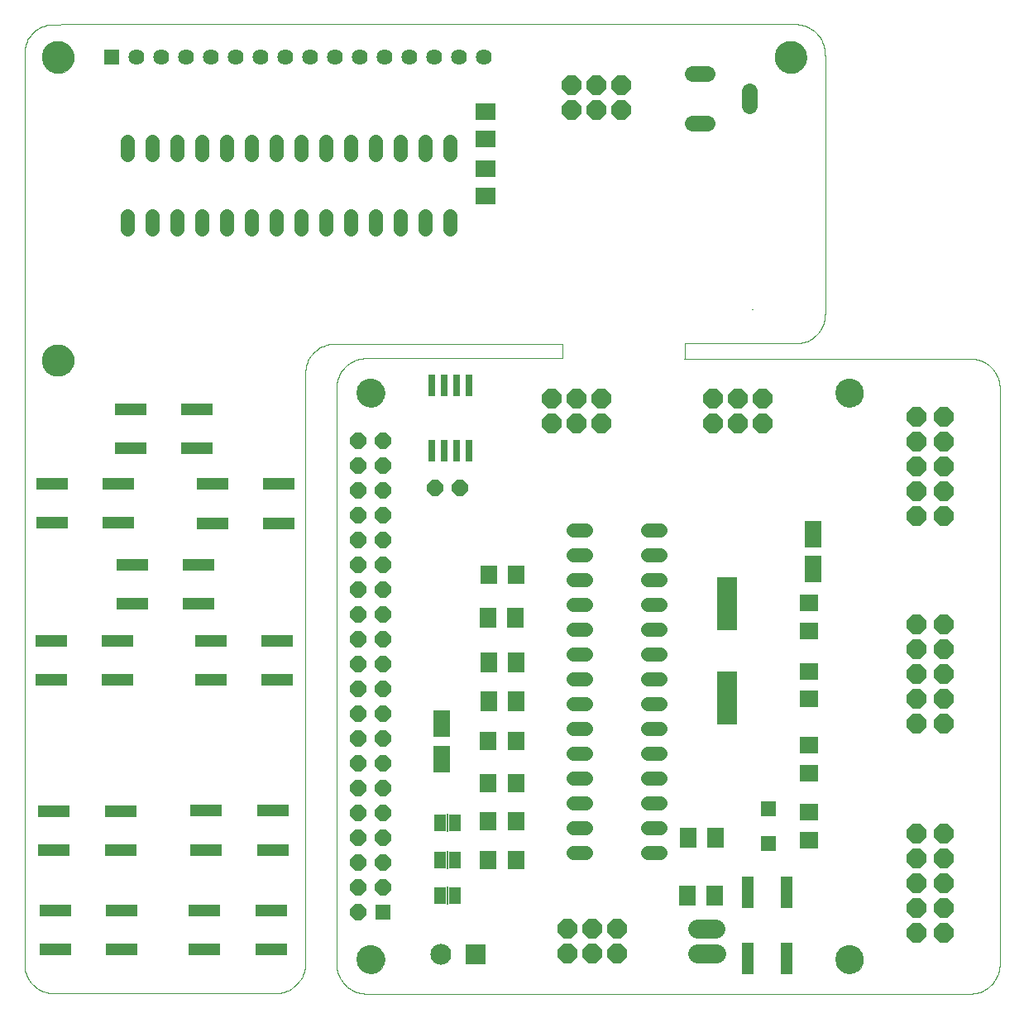
<source format=gts>
G75*
G70*
%OFA0B0*%
%FSLAX24Y24*%
%IPPOS*%
%LPD*%
%AMOC8*
5,1,8,0,0,1.08239X$1,22.5*
%
%ADD10C,0.0000*%
%ADD11C,0.1142*%
%ADD12C,0.0001*%
%ADD13R,0.0640X0.0640*%
%ADD14OC8,0.0640*%
%ADD15R,0.0276X0.0906*%
%ADD16R,0.0670X0.0827*%
%ADD17R,0.0670X0.0749*%
%ADD18OC8,0.0780*%
%ADD19C,0.0560*%
%ADD20R,0.0800X0.2140*%
%ADD21R,0.0750X0.0670*%
%ADD22R,0.0670X0.0750*%
%ADD23R,0.0512X0.1300*%
%ADD24R,0.0500X0.0670*%
%ADD25R,0.0060X0.0720*%
%ADD26R,0.0631X0.0631*%
%ADD27C,0.0780*%
%ADD28R,0.0840X0.0840*%
%ADD29C,0.0840*%
%ADD30R,0.0670X0.1064*%
%ADD31C,0.0640*%
%ADD32C,0.1300*%
%ADD33R,0.0827X0.0670*%
%ADD34C,0.0640*%
%ADD35R,0.1300X0.0512*%
D10*
X016753Y006193D02*
X016755Y006240D01*
X016761Y006286D01*
X016771Y006332D01*
X016784Y006377D01*
X016802Y006420D01*
X016823Y006462D01*
X016847Y006502D01*
X016875Y006539D01*
X016906Y006574D01*
X016940Y006607D01*
X016976Y006636D01*
X017015Y006662D01*
X017056Y006685D01*
X017099Y006704D01*
X017143Y006720D01*
X017188Y006732D01*
X017234Y006740D01*
X017281Y006744D01*
X017327Y006744D01*
X017374Y006740D01*
X017420Y006732D01*
X017465Y006720D01*
X017509Y006704D01*
X017552Y006685D01*
X017593Y006662D01*
X017632Y006636D01*
X017668Y006607D01*
X017702Y006574D01*
X017733Y006539D01*
X017761Y006502D01*
X017785Y006462D01*
X017806Y006420D01*
X017824Y006377D01*
X017837Y006332D01*
X017847Y006286D01*
X017853Y006240D01*
X017855Y006193D01*
X017853Y006146D01*
X017847Y006100D01*
X017837Y006054D01*
X017824Y006009D01*
X017806Y005966D01*
X017785Y005924D01*
X017761Y005884D01*
X017733Y005847D01*
X017702Y005812D01*
X017668Y005779D01*
X017632Y005750D01*
X017593Y005724D01*
X017552Y005701D01*
X017509Y005682D01*
X017465Y005666D01*
X017420Y005654D01*
X017374Y005646D01*
X017327Y005642D01*
X017281Y005642D01*
X017234Y005646D01*
X017188Y005654D01*
X017143Y005666D01*
X017099Y005682D01*
X017056Y005701D01*
X017015Y005724D01*
X016976Y005750D01*
X016940Y005779D01*
X016906Y005812D01*
X016875Y005847D01*
X016847Y005884D01*
X016823Y005924D01*
X016802Y005966D01*
X016784Y006009D01*
X016771Y006054D01*
X016761Y006100D01*
X016755Y006146D01*
X016753Y006193D01*
X036045Y006193D02*
X036047Y006240D01*
X036053Y006286D01*
X036063Y006332D01*
X036076Y006377D01*
X036094Y006420D01*
X036115Y006462D01*
X036139Y006502D01*
X036167Y006539D01*
X036198Y006574D01*
X036232Y006607D01*
X036268Y006636D01*
X036307Y006662D01*
X036348Y006685D01*
X036391Y006704D01*
X036435Y006720D01*
X036480Y006732D01*
X036526Y006740D01*
X036573Y006744D01*
X036619Y006744D01*
X036666Y006740D01*
X036712Y006732D01*
X036757Y006720D01*
X036801Y006704D01*
X036844Y006685D01*
X036885Y006662D01*
X036924Y006636D01*
X036960Y006607D01*
X036994Y006574D01*
X037025Y006539D01*
X037053Y006502D01*
X037077Y006462D01*
X037098Y006420D01*
X037116Y006377D01*
X037129Y006332D01*
X037139Y006286D01*
X037145Y006240D01*
X037147Y006193D01*
X037145Y006146D01*
X037139Y006100D01*
X037129Y006054D01*
X037116Y006009D01*
X037098Y005966D01*
X037077Y005924D01*
X037053Y005884D01*
X037025Y005847D01*
X036994Y005812D01*
X036960Y005779D01*
X036924Y005750D01*
X036885Y005724D01*
X036844Y005701D01*
X036801Y005682D01*
X036757Y005666D01*
X036712Y005654D01*
X036666Y005646D01*
X036619Y005642D01*
X036573Y005642D01*
X036526Y005646D01*
X036480Y005654D01*
X036435Y005666D01*
X036391Y005682D01*
X036348Y005701D01*
X036307Y005724D01*
X036268Y005750D01*
X036232Y005779D01*
X036198Y005812D01*
X036167Y005847D01*
X036139Y005884D01*
X036115Y005924D01*
X036094Y005966D01*
X036076Y006009D01*
X036063Y006054D01*
X036053Y006100D01*
X036047Y006146D01*
X036045Y006193D01*
X036045Y029028D02*
X036047Y029075D01*
X036053Y029121D01*
X036063Y029167D01*
X036076Y029212D01*
X036094Y029255D01*
X036115Y029297D01*
X036139Y029337D01*
X036167Y029374D01*
X036198Y029409D01*
X036232Y029442D01*
X036268Y029471D01*
X036307Y029497D01*
X036348Y029520D01*
X036391Y029539D01*
X036435Y029555D01*
X036480Y029567D01*
X036526Y029575D01*
X036573Y029579D01*
X036619Y029579D01*
X036666Y029575D01*
X036712Y029567D01*
X036757Y029555D01*
X036801Y029539D01*
X036844Y029520D01*
X036885Y029497D01*
X036924Y029471D01*
X036960Y029442D01*
X036994Y029409D01*
X037025Y029374D01*
X037053Y029337D01*
X037077Y029297D01*
X037098Y029255D01*
X037116Y029212D01*
X037129Y029167D01*
X037139Y029121D01*
X037145Y029075D01*
X037147Y029028D01*
X037145Y028981D01*
X037139Y028935D01*
X037129Y028889D01*
X037116Y028844D01*
X037098Y028801D01*
X037077Y028759D01*
X037053Y028719D01*
X037025Y028682D01*
X036994Y028647D01*
X036960Y028614D01*
X036924Y028585D01*
X036885Y028559D01*
X036844Y028536D01*
X036801Y028517D01*
X036757Y028501D01*
X036712Y028489D01*
X036666Y028481D01*
X036619Y028477D01*
X036573Y028477D01*
X036526Y028481D01*
X036480Y028489D01*
X036435Y028501D01*
X036391Y028517D01*
X036348Y028536D01*
X036307Y028559D01*
X036268Y028585D01*
X036232Y028614D01*
X036198Y028647D01*
X036167Y028682D01*
X036139Y028719D01*
X036115Y028759D01*
X036094Y028801D01*
X036076Y028844D01*
X036063Y028889D01*
X036053Y028935D01*
X036047Y028981D01*
X036045Y029028D01*
X033600Y042556D02*
X033602Y042606D01*
X033608Y042656D01*
X033618Y042705D01*
X033632Y042753D01*
X033649Y042800D01*
X033670Y042845D01*
X033695Y042889D01*
X033723Y042930D01*
X033755Y042969D01*
X033789Y043006D01*
X033826Y043040D01*
X033866Y043070D01*
X033908Y043097D01*
X033952Y043121D01*
X033998Y043142D01*
X034045Y043158D01*
X034093Y043171D01*
X034143Y043180D01*
X034192Y043185D01*
X034243Y043186D01*
X034293Y043183D01*
X034342Y043176D01*
X034391Y043165D01*
X034439Y043150D01*
X034485Y043132D01*
X034530Y043110D01*
X034573Y043084D01*
X034614Y043055D01*
X034653Y043023D01*
X034689Y042988D01*
X034721Y042950D01*
X034751Y042910D01*
X034778Y042867D01*
X034801Y042823D01*
X034820Y042777D01*
X034836Y042729D01*
X034848Y042680D01*
X034856Y042631D01*
X034860Y042581D01*
X034860Y042531D01*
X034856Y042481D01*
X034848Y042432D01*
X034836Y042383D01*
X034820Y042335D01*
X034801Y042289D01*
X034778Y042245D01*
X034751Y042202D01*
X034721Y042162D01*
X034689Y042124D01*
X034653Y042089D01*
X034614Y042057D01*
X034573Y042028D01*
X034530Y042002D01*
X034485Y041980D01*
X034439Y041962D01*
X034391Y041947D01*
X034342Y041936D01*
X034293Y041929D01*
X034243Y041926D01*
X034192Y041927D01*
X034143Y041932D01*
X034093Y041941D01*
X034045Y041954D01*
X033998Y041970D01*
X033952Y041991D01*
X033908Y042015D01*
X033866Y042042D01*
X033826Y042072D01*
X033789Y042106D01*
X033755Y042143D01*
X033723Y042182D01*
X033695Y042223D01*
X033670Y042267D01*
X033649Y042312D01*
X033632Y042359D01*
X033618Y042407D01*
X033608Y042456D01*
X033602Y042506D01*
X033600Y042556D01*
X016753Y029028D02*
X016755Y029075D01*
X016761Y029121D01*
X016771Y029167D01*
X016784Y029212D01*
X016802Y029255D01*
X016823Y029297D01*
X016847Y029337D01*
X016875Y029374D01*
X016906Y029409D01*
X016940Y029442D01*
X016976Y029471D01*
X017015Y029497D01*
X017056Y029520D01*
X017099Y029539D01*
X017143Y029555D01*
X017188Y029567D01*
X017234Y029575D01*
X017281Y029579D01*
X017327Y029579D01*
X017374Y029575D01*
X017420Y029567D01*
X017465Y029555D01*
X017509Y029539D01*
X017552Y029520D01*
X017593Y029497D01*
X017632Y029471D01*
X017668Y029442D01*
X017702Y029409D01*
X017733Y029374D01*
X017761Y029337D01*
X017785Y029297D01*
X017806Y029255D01*
X017824Y029212D01*
X017837Y029167D01*
X017847Y029121D01*
X017853Y029075D01*
X017855Y029028D01*
X017853Y028981D01*
X017847Y028935D01*
X017837Y028889D01*
X017824Y028844D01*
X017806Y028801D01*
X017785Y028759D01*
X017761Y028719D01*
X017733Y028682D01*
X017702Y028647D01*
X017668Y028614D01*
X017632Y028585D01*
X017593Y028559D01*
X017552Y028536D01*
X017509Y028517D01*
X017465Y028501D01*
X017420Y028489D01*
X017374Y028481D01*
X017327Y028477D01*
X017281Y028477D01*
X017234Y028481D01*
X017188Y028489D01*
X017143Y028501D01*
X017099Y028517D01*
X017056Y028536D01*
X017015Y028559D01*
X016976Y028585D01*
X016940Y028614D01*
X016906Y028647D01*
X016875Y028682D01*
X016847Y028719D01*
X016823Y028759D01*
X016802Y028801D01*
X016784Y028844D01*
X016771Y028889D01*
X016761Y028935D01*
X016755Y028981D01*
X016753Y029028D01*
X004073Y030351D02*
X004075Y030401D01*
X004081Y030451D01*
X004091Y030500D01*
X004105Y030548D01*
X004122Y030595D01*
X004143Y030640D01*
X004168Y030684D01*
X004196Y030725D01*
X004228Y030764D01*
X004262Y030801D01*
X004299Y030835D01*
X004339Y030865D01*
X004381Y030892D01*
X004425Y030916D01*
X004471Y030937D01*
X004518Y030953D01*
X004566Y030966D01*
X004616Y030975D01*
X004665Y030980D01*
X004716Y030981D01*
X004766Y030978D01*
X004815Y030971D01*
X004864Y030960D01*
X004912Y030945D01*
X004958Y030927D01*
X005003Y030905D01*
X005046Y030879D01*
X005087Y030850D01*
X005126Y030818D01*
X005162Y030783D01*
X005194Y030745D01*
X005224Y030705D01*
X005251Y030662D01*
X005274Y030618D01*
X005293Y030572D01*
X005309Y030524D01*
X005321Y030475D01*
X005329Y030426D01*
X005333Y030376D01*
X005333Y030326D01*
X005329Y030276D01*
X005321Y030227D01*
X005309Y030178D01*
X005293Y030130D01*
X005274Y030084D01*
X005251Y030040D01*
X005224Y029997D01*
X005194Y029957D01*
X005162Y029919D01*
X005126Y029884D01*
X005087Y029852D01*
X005046Y029823D01*
X005003Y029797D01*
X004958Y029775D01*
X004912Y029757D01*
X004864Y029742D01*
X004815Y029731D01*
X004766Y029724D01*
X004716Y029721D01*
X004665Y029722D01*
X004616Y029727D01*
X004566Y029736D01*
X004518Y029749D01*
X004471Y029765D01*
X004425Y029786D01*
X004381Y029810D01*
X004339Y029837D01*
X004299Y029867D01*
X004262Y029901D01*
X004228Y029938D01*
X004196Y029977D01*
X004168Y030018D01*
X004143Y030062D01*
X004122Y030107D01*
X004105Y030154D01*
X004091Y030202D01*
X004081Y030251D01*
X004075Y030301D01*
X004073Y030351D01*
X004073Y042556D02*
X004075Y042606D01*
X004081Y042656D01*
X004091Y042705D01*
X004105Y042753D01*
X004122Y042800D01*
X004143Y042845D01*
X004168Y042889D01*
X004196Y042930D01*
X004228Y042969D01*
X004262Y043006D01*
X004299Y043040D01*
X004339Y043070D01*
X004381Y043097D01*
X004425Y043121D01*
X004471Y043142D01*
X004518Y043158D01*
X004566Y043171D01*
X004616Y043180D01*
X004665Y043185D01*
X004716Y043186D01*
X004766Y043183D01*
X004815Y043176D01*
X004864Y043165D01*
X004912Y043150D01*
X004958Y043132D01*
X005003Y043110D01*
X005046Y043084D01*
X005087Y043055D01*
X005126Y043023D01*
X005162Y042988D01*
X005194Y042950D01*
X005224Y042910D01*
X005251Y042867D01*
X005274Y042823D01*
X005293Y042777D01*
X005309Y042729D01*
X005321Y042680D01*
X005329Y042631D01*
X005333Y042581D01*
X005333Y042531D01*
X005329Y042481D01*
X005321Y042432D01*
X005309Y042383D01*
X005293Y042335D01*
X005274Y042289D01*
X005251Y042245D01*
X005224Y042202D01*
X005194Y042162D01*
X005162Y042124D01*
X005126Y042089D01*
X005087Y042057D01*
X005046Y042028D01*
X005003Y042002D01*
X004958Y041980D01*
X004912Y041962D01*
X004864Y041947D01*
X004815Y041936D01*
X004766Y041929D01*
X004716Y041926D01*
X004665Y041927D01*
X004616Y041932D01*
X004566Y041941D01*
X004518Y041954D01*
X004471Y041970D01*
X004425Y041991D01*
X004381Y042015D01*
X004339Y042042D01*
X004299Y042072D01*
X004262Y042106D01*
X004228Y042143D01*
X004196Y042182D01*
X004168Y042223D01*
X004143Y042267D01*
X004122Y042312D01*
X004105Y042359D01*
X004091Y042407D01*
X004081Y042456D01*
X004075Y042506D01*
X004073Y042556D01*
D11*
X017304Y029028D03*
X036596Y029028D03*
X036596Y006193D03*
X017304Y006193D03*
D12*
X013461Y004829D02*
X004544Y004829D01*
X004477Y004831D01*
X004411Y004836D01*
X004346Y004845D01*
X004280Y004857D01*
X004216Y004874D01*
X004153Y004893D01*
X004091Y004917D01*
X004030Y004943D01*
X003971Y004973D01*
X003914Y005007D01*
X003858Y005043D01*
X003805Y005083D01*
X003754Y005125D01*
X003706Y005170D01*
X003660Y005218D01*
X003617Y005268D01*
X003576Y005321D01*
X003539Y005376D01*
X003505Y005433D01*
X003474Y005491D01*
X003446Y005552D01*
X003422Y005613D01*
X003401Y005676D01*
X003384Y005740D01*
X003371Y005805D01*
X003361Y005871D01*
X003355Y005937D01*
X003352Y006003D01*
X003353Y006069D01*
X003353Y006068D02*
X003353Y042682D01*
X003354Y042680D02*
X003353Y042747D01*
X003356Y042814D01*
X003363Y042880D01*
X003374Y042947D01*
X003389Y043012D01*
X003407Y043076D01*
X003429Y043139D01*
X003455Y043201D01*
X003484Y043261D01*
X003517Y043320D01*
X003553Y043376D01*
X003592Y043430D01*
X003635Y043482D01*
X003680Y043532D01*
X003728Y043578D01*
X003779Y043622D01*
X003832Y043663D01*
X003887Y043700D01*
X003944Y043735D01*
X004004Y043766D01*
X004065Y043793D01*
X004127Y043817D01*
X004191Y043837D01*
X004256Y043854D01*
X004322Y043867D01*
X004388Y043876D01*
X004455Y043881D01*
X004522Y043882D01*
X004521Y043882D02*
X005072Y043890D01*
X005074Y043890D02*
X034420Y043890D01*
X034420Y043890D01*
X034419Y043890D02*
X034486Y043888D01*
X034552Y043883D01*
X034618Y043874D01*
X034683Y043861D01*
X034747Y043845D01*
X034811Y043825D01*
X034873Y043802D01*
X034934Y043775D01*
X034993Y043745D01*
X035050Y043712D01*
X035106Y043675D01*
X035159Y043635D01*
X035210Y043593D01*
X035258Y043548D01*
X035304Y043500D01*
X035348Y043449D01*
X035388Y043396D01*
X035425Y043341D01*
X035459Y043285D01*
X035490Y043226D01*
X035518Y043165D01*
X035542Y043104D01*
X035563Y043040D01*
X035580Y042976D01*
X035593Y042911D01*
X035603Y042846D01*
X035609Y042779D01*
X035612Y042713D01*
X035611Y042647D01*
X035612Y042649D02*
X035619Y042649D01*
X035619Y032206D01*
X035618Y032216D02*
X035616Y032149D01*
X035611Y032083D01*
X035602Y032017D01*
X035589Y031952D01*
X035573Y031888D01*
X035553Y031824D01*
X035530Y031762D01*
X035503Y031701D01*
X035473Y031642D01*
X035440Y031585D01*
X035403Y031529D01*
X035363Y031476D01*
X035321Y031425D01*
X035276Y031377D01*
X035228Y031331D01*
X035177Y031287D01*
X035124Y031247D01*
X035069Y031210D01*
X035013Y031176D01*
X034954Y031145D01*
X034893Y031117D01*
X034832Y031093D01*
X034768Y031072D01*
X034704Y031055D01*
X034639Y031042D01*
X034574Y031032D01*
X034507Y031026D01*
X034441Y031023D01*
X034375Y031024D01*
X034359Y031022D02*
X029974Y031022D01*
X029974Y030414D01*
X041464Y030414D01*
X041459Y030414D01*
X041460Y030414D02*
X041463Y030414D01*
X041530Y030412D01*
X041596Y030407D01*
X041662Y030398D01*
X041727Y030385D01*
X041792Y030368D01*
X041855Y030348D01*
X041917Y030325D01*
X041978Y030298D01*
X042037Y030267D01*
X042095Y030234D01*
X042150Y030197D01*
X042204Y030157D01*
X042255Y030114D01*
X042303Y030069D01*
X042349Y030021D01*
X042392Y029970D01*
X042432Y029917D01*
X042470Y029862D01*
X042504Y029805D01*
X042534Y029746D01*
X042562Y029685D01*
X042586Y029623D01*
X042607Y029560D01*
X042624Y029496D01*
X042637Y029430D01*
X042647Y029365D01*
X042653Y029298D01*
X042655Y029232D01*
X042654Y029165D01*
X042654Y029225D01*
X042654Y029165D02*
X042654Y006005D01*
X042652Y005938D01*
X042647Y005872D01*
X042638Y005807D01*
X042626Y005741D01*
X042609Y005677D01*
X042590Y005614D01*
X042566Y005552D01*
X042540Y005491D01*
X042510Y005432D01*
X042476Y005375D01*
X042440Y005319D01*
X042400Y005266D01*
X042358Y005215D01*
X042313Y005167D01*
X042265Y005121D01*
X042215Y005078D01*
X042162Y005037D01*
X042107Y005000D01*
X042050Y004966D01*
X041992Y004935D01*
X041931Y004907D01*
X041870Y004883D01*
X041807Y004862D01*
X041743Y004845D01*
X041678Y004832D01*
X041612Y004822D01*
X041546Y004816D01*
X041480Y004813D01*
X041414Y004814D01*
X041414Y004815D02*
X017124Y004815D01*
X017104Y004815D01*
X017124Y004815D02*
X017057Y004817D01*
X016991Y004822D01*
X016926Y004831D01*
X016860Y004843D01*
X016796Y004860D01*
X016733Y004879D01*
X016671Y004903D01*
X016610Y004929D01*
X016551Y004959D01*
X016494Y004993D01*
X016438Y005029D01*
X016385Y005069D01*
X016334Y005111D01*
X016286Y005156D01*
X016240Y005204D01*
X016197Y005254D01*
X016156Y005307D01*
X016119Y005362D01*
X016085Y005419D01*
X016054Y005477D01*
X016026Y005538D01*
X016002Y005599D01*
X015981Y005662D01*
X015964Y005726D01*
X015951Y005791D01*
X015941Y005857D01*
X015935Y005923D01*
X015932Y005989D01*
X015933Y006055D01*
X015934Y006055D02*
X015934Y005995D01*
X015934Y006055D02*
X015934Y029235D01*
X014671Y029817D02*
X014673Y029884D01*
X014678Y029950D01*
X014687Y030015D01*
X014699Y030081D01*
X014716Y030145D01*
X014735Y030208D01*
X014759Y030270D01*
X014785Y030331D01*
X014815Y030390D01*
X014849Y030447D01*
X014885Y030503D01*
X014925Y030556D01*
X014967Y030607D01*
X015012Y030655D01*
X015060Y030701D01*
X015110Y030744D01*
X015163Y030785D01*
X015218Y030822D01*
X015275Y030856D01*
X015333Y030887D01*
X015394Y030915D01*
X015455Y030939D01*
X015518Y030960D01*
X015582Y030977D01*
X015647Y030990D01*
X015713Y031000D01*
X015779Y031006D01*
X015845Y031009D01*
X015911Y031008D01*
X015914Y031007D01*
X025044Y031012D01*
X025043Y031014D02*
X025044Y030424D01*
X017176Y030424D01*
X017173Y030426D02*
X017107Y030427D01*
X017041Y030424D01*
X016975Y030418D01*
X016909Y030408D01*
X016844Y030395D01*
X016780Y030378D01*
X016717Y030357D01*
X016656Y030333D01*
X016595Y030305D01*
X016537Y030274D01*
X016480Y030240D01*
X016425Y030203D01*
X016372Y030162D01*
X016322Y030119D01*
X016274Y030073D01*
X016229Y030025D01*
X016187Y029974D01*
X016147Y029921D01*
X016111Y029865D01*
X016077Y029808D01*
X016047Y029749D01*
X016021Y029688D01*
X015997Y029626D01*
X015978Y029563D01*
X015961Y029499D01*
X015949Y029433D01*
X015940Y029368D01*
X015935Y029302D01*
X015933Y029235D01*
X014671Y029822D02*
X014675Y006109D01*
X014674Y006113D02*
X014676Y006045D01*
X014674Y005976D01*
X014668Y005909D01*
X014658Y005841D01*
X014645Y005774D01*
X014627Y005708D01*
X014607Y005643D01*
X014582Y005580D01*
X014554Y005518D01*
X014523Y005457D01*
X014488Y005399D01*
X014450Y005342D01*
X014409Y005288D01*
X014365Y005236D01*
X014318Y005186D01*
X014269Y005139D01*
X014216Y005095D01*
X014162Y005055D01*
X014105Y005017D01*
X014047Y004982D01*
X013986Y004951D01*
X013924Y004923D01*
X013860Y004899D01*
X013795Y004878D01*
X013729Y004861D01*
X013662Y004847D01*
X013595Y004838D01*
X013527Y004832D01*
X013459Y004830D01*
X029934Y030414D02*
X029974Y030414D01*
X032684Y032392D02*
X032701Y032410D01*
X041414Y004815D02*
X041474Y004815D01*
D13*
X017804Y008110D03*
X006868Y042556D03*
D14*
X016804Y027110D03*
X016804Y026110D03*
X017804Y026110D03*
X017804Y027110D03*
X017804Y025110D03*
X017804Y024110D03*
X017804Y023110D03*
X017804Y022110D03*
X017804Y021110D03*
X016804Y021110D03*
X016804Y022110D03*
X016804Y023110D03*
X016804Y024110D03*
X016804Y025110D03*
X019893Y025207D03*
X020893Y025207D03*
X017804Y020110D03*
X017804Y019110D03*
X017804Y018110D03*
X017804Y017110D03*
X016804Y017110D03*
X016804Y018110D03*
X016804Y019110D03*
X016804Y020110D03*
X016804Y016110D03*
X016804Y015110D03*
X016804Y014110D03*
X016804Y013110D03*
X017804Y013110D03*
X017804Y014110D03*
X017804Y015110D03*
X017804Y016110D03*
X017804Y012110D03*
X017804Y011110D03*
X017804Y010110D03*
X017804Y009110D03*
X016804Y009110D03*
X016804Y008110D03*
X016804Y010110D03*
X016804Y011110D03*
X016804Y012110D03*
D15*
X019768Y026709D03*
X020268Y026709D03*
X020768Y026709D03*
X021268Y026709D03*
X021268Y029331D03*
X020768Y029331D03*
X020268Y029331D03*
X019768Y029331D03*
D16*
X022045Y019977D03*
X023147Y019977D03*
X023158Y018172D03*
X022055Y018172D03*
X022055Y016597D03*
X023158Y016597D03*
X030102Y011102D03*
X031205Y011102D03*
X031183Y008780D03*
X030080Y008780D03*
D17*
X023159Y021708D03*
X022056Y021708D03*
D18*
X024599Y027815D03*
X025599Y027815D03*
X026599Y027815D03*
X026599Y028815D03*
X025599Y028815D03*
X024599Y028815D03*
X031099Y028815D03*
X032099Y028815D03*
X033099Y028815D03*
X033099Y027815D03*
X032099Y027815D03*
X031099Y027815D03*
X039299Y028065D03*
X039299Y027065D03*
X039299Y026065D03*
X040399Y026065D03*
X040399Y027065D03*
X040399Y028065D03*
X040399Y025065D03*
X040399Y024065D03*
X039299Y024065D03*
X039299Y025065D03*
X039299Y019690D03*
X039299Y018690D03*
X039299Y017690D03*
X039299Y016690D03*
X040399Y016690D03*
X040399Y017690D03*
X040399Y018690D03*
X040399Y019690D03*
X040399Y015690D03*
X039299Y015690D03*
X039299Y011252D03*
X040399Y011252D03*
X040399Y010252D03*
X040399Y009252D03*
X040399Y008252D03*
X040399Y007252D03*
X039299Y007252D03*
X039299Y008252D03*
X039299Y009252D03*
X039299Y010252D03*
X027244Y007429D03*
X027244Y006429D03*
X026244Y006429D03*
X026244Y007429D03*
X025244Y007429D03*
X025244Y006429D03*
X025387Y040445D03*
X026387Y040445D03*
X026387Y041445D03*
X025387Y041445D03*
X027387Y041445D03*
X027387Y040445D03*
D19*
X020497Y039171D02*
X020497Y038651D01*
X019497Y038651D02*
X019497Y039171D01*
X018497Y039171D02*
X018497Y038651D01*
X017497Y038651D02*
X017497Y039171D01*
X016497Y039171D02*
X016497Y038651D01*
X015497Y038651D02*
X015497Y039171D01*
X014497Y039171D02*
X014497Y038651D01*
X013497Y038651D02*
X013497Y039171D01*
X012497Y039171D02*
X012497Y038651D01*
X011497Y038651D02*
X011497Y039171D01*
X010497Y039171D02*
X010497Y038651D01*
X009497Y038651D02*
X009497Y039171D01*
X008497Y039171D02*
X008497Y038651D01*
X007497Y038651D02*
X007497Y039171D01*
X007497Y036171D02*
X007497Y035651D01*
X008497Y035651D02*
X008497Y036171D01*
X009497Y036171D02*
X009497Y035651D01*
X010497Y035651D02*
X010497Y036171D01*
X011497Y036171D02*
X011497Y035651D01*
X012497Y035651D02*
X012497Y036171D01*
X013497Y036171D02*
X013497Y035651D01*
X014497Y035651D02*
X014497Y036171D01*
X015497Y036171D02*
X015497Y035651D01*
X016497Y035651D02*
X016497Y036171D01*
X017497Y036171D02*
X017497Y035651D01*
X018497Y035651D02*
X018497Y036171D01*
X019497Y036171D02*
X019497Y035651D01*
X020497Y035651D02*
X020497Y036171D01*
X025464Y023502D02*
X025984Y023502D01*
X025984Y022502D02*
X025464Y022502D01*
X025464Y021502D02*
X025984Y021502D01*
X025984Y020502D02*
X025464Y020502D01*
X025464Y019502D02*
X025984Y019502D01*
X025984Y018502D02*
X025464Y018502D01*
X025464Y017502D02*
X025984Y017502D01*
X025984Y016502D02*
X025464Y016502D01*
X025464Y015502D02*
X025984Y015502D01*
X025984Y014502D02*
X025464Y014502D01*
X025464Y013502D02*
X025984Y013502D01*
X025984Y012502D02*
X025464Y012502D01*
X025464Y011502D02*
X025984Y011502D01*
X025984Y010502D02*
X025464Y010502D01*
X028464Y010502D02*
X028984Y010502D01*
X028984Y011502D02*
X028464Y011502D01*
X028464Y012502D02*
X028984Y012502D01*
X028984Y013502D02*
X028464Y013502D01*
X028464Y014502D02*
X028984Y014502D01*
X028984Y015502D02*
X028464Y015502D01*
X028464Y016502D02*
X028984Y016502D01*
X028984Y017502D02*
X028464Y017502D01*
X028464Y018502D02*
X028984Y018502D01*
X028984Y019502D02*
X028464Y019502D01*
X028464Y020502D02*
X028984Y020502D01*
X028984Y021502D02*
X028464Y021502D01*
X028464Y022502D02*
X028984Y022502D01*
X028984Y023502D02*
X028464Y023502D01*
D20*
X031661Y020527D03*
X031661Y016727D03*
D21*
X034974Y016693D03*
X034974Y017812D03*
X034974Y019443D03*
X034974Y020562D03*
X034974Y014825D03*
X034974Y013705D03*
X034974Y012125D03*
X034974Y011005D03*
D22*
X023158Y011752D03*
X022039Y011752D03*
X022039Y013315D03*
X023158Y013315D03*
X023158Y015002D03*
X022039Y015002D03*
X022039Y010190D03*
X023158Y010190D03*
D23*
X032499Y008904D03*
X034073Y008904D03*
X034073Y006226D03*
X032499Y006226D03*
D24*
X020711Y008752D03*
X020111Y008752D03*
X020111Y010190D03*
X020711Y010190D03*
X020711Y011690D03*
X020111Y011690D03*
D25*
X020411Y011690D03*
X020411Y010190D03*
X020411Y008752D03*
D26*
X033349Y010876D03*
X033349Y012254D03*
D27*
X031215Y007421D02*
X030475Y007421D01*
X030483Y006440D02*
X031223Y006440D01*
D28*
X021524Y006390D03*
D29*
X020146Y006390D03*
D30*
X020174Y014281D03*
X020174Y015699D03*
X035124Y021931D03*
X035124Y023349D03*
D31*
X021868Y042556D03*
X020868Y042556D03*
X019868Y042556D03*
X018868Y042556D03*
X017868Y042556D03*
X016868Y042556D03*
X015868Y042556D03*
X014868Y042556D03*
X013868Y042556D03*
X012868Y042556D03*
X011868Y042556D03*
X010868Y042556D03*
X009868Y042556D03*
X008868Y042556D03*
X007868Y042556D03*
D32*
X004703Y042556D03*
X004703Y030351D03*
X034230Y042556D03*
D33*
X021940Y040384D03*
X021940Y039282D03*
X021925Y038057D03*
X021925Y036954D03*
D34*
X030279Y039905D02*
X030879Y039905D01*
X032579Y040605D02*
X032579Y041205D01*
X030879Y041905D02*
X030279Y041905D01*
D35*
X013602Y025355D03*
X013602Y023781D03*
X010925Y023781D03*
X010363Y022111D03*
X010363Y020537D03*
X010860Y019047D03*
X010860Y017472D03*
X013537Y017472D03*
X013537Y019047D03*
X007686Y020537D03*
X007107Y019045D03*
X007107Y017471D03*
X004429Y017471D03*
X004429Y019045D03*
X007686Y022111D03*
X007139Y023809D03*
X007139Y025384D03*
X007633Y026789D03*
X007633Y028364D03*
X010310Y028364D03*
X010310Y026789D03*
X010925Y025355D03*
X004461Y025384D03*
X004461Y023809D03*
X004550Y012181D03*
X004550Y010607D03*
X004601Y008183D03*
X004601Y006608D03*
X007278Y006608D03*
X007278Y008183D03*
X007227Y010607D03*
X007227Y012181D03*
X010683Y012190D03*
X010683Y010615D03*
X010611Y008171D03*
X010611Y006597D03*
X013288Y006597D03*
X013288Y008171D03*
X013360Y010615D03*
X013360Y012190D03*
M02*

</source>
